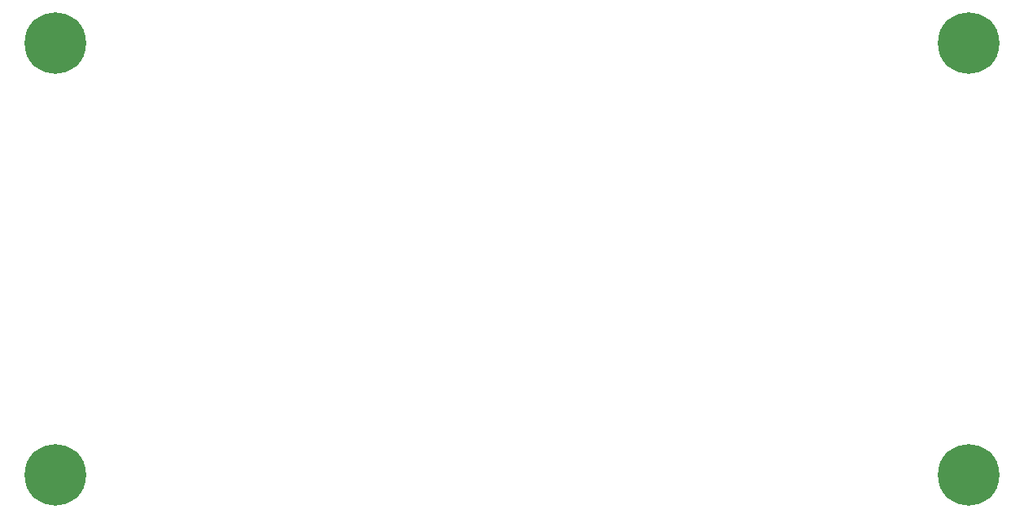
<source format=gbr>
G04 #@! TF.FileFunction,Soldermask,Top*
%FSLAX46Y46*%
G04 Gerber Fmt 4.6, Leading zero omitted, Abs format (unit mm)*
G04 Created by KiCad (PCBNEW 4.0.4+e1-6308~48~ubuntu15.10.1-stable) date Wed Nov  1 08:52:22 2017*
%MOMM*%
%LPD*%
G01*
G04 APERTURE LIST*
%ADD10C,0.100000*%
%ADD11C,6.400000*%
G04 APERTURE END LIST*
D10*
D11*
X149164040Y-113101120D03*
X244190520Y-113090960D03*
X244190520Y-68102480D03*
X149153880Y-68102480D03*
M02*

</source>
